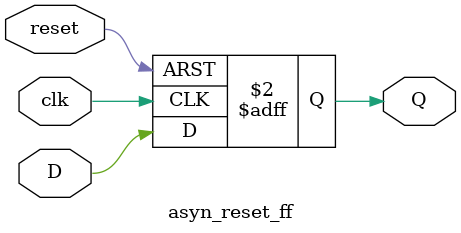
<source format=sv>
`timescale 1ns / 1ps

module asyn_reset_ff #(parameter WIDTH = 1)  // Parameterized width (default 1 bit)
  (
    input  logic [WIDTH-1:0] D,      // Data input
    input  logic clk,                // Clock signal
    input  logic reset,              // Asynchronous reset signal
    output logic [WIDTH-1:0] Q       // Output
  );

  always_ff @(posedge clk or posedge reset) begin
    if (reset) begin
      Q <= '0;  // Reset Q to 0 if reset is high
    end else begin
      Q <= D;   // On rising edge of clk, Q gets the value of D
    end
  end
endmodule
</source>
